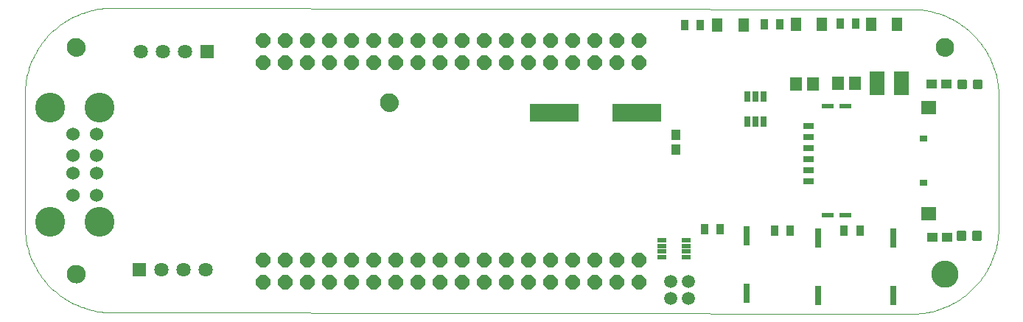
<source format=gts>
G04 EAGLE Gerber RS-274X export*
G75*
%MOMM*%
%FSLAX34Y34*%
%LPD*%
%INSolder Mask top*%
%IPPOS*%
%AMOC8*
5,1,8,0,0,1.08239X$1,22.5*%
G01*
%ADD10C,0.100000*%
%ADD11C,0.000000*%
%ADD12C,3.101594*%
%ADD13C,2.101600*%
%ADD14R,1.701600X2.801600*%
%ADD15R,1.401600X1.601600*%
%ADD16R,1.251600X0.751600*%
%ADD17R,1.401600X0.551600*%
%ADD18R,1.801600X1.501600*%
%ADD19R,0.901600X0.641600*%
%ADD20R,1.301600X1.501600*%
%ADD21R,1.631600X1.631600*%
%ADD22C,1.631600*%
%ADD23R,0.901600X1.301600*%
%ADD24P,1.759533X8X202.500000*%
%ADD25C,1.509600*%
%ADD26C,1.524000*%
%ADD27C,3.429000*%
%ADD28R,5.613400X2.108200*%
%ADD29R,1.101600X1.201600*%
%ADD30C,0.396575*%
%ADD31R,1.201600X1.101600*%
%ADD32R,1.079500X0.533400*%
%ADD33R,0.660400X1.282700*%
%ADD34R,0.660400X2.209800*%


D10*
X0Y100000D02*
X29Y97584D01*
X117Y95169D01*
X263Y92757D01*
X467Y90349D01*
X729Y87946D01*
X1049Y85551D01*
X1427Y83164D01*
X1863Y80787D01*
X2356Y78422D01*
X2906Y76068D01*
X3512Y73729D01*
X4175Y71405D01*
X4894Y69098D01*
X5669Y66809D01*
X6498Y64540D01*
X7383Y62291D01*
X8321Y60064D01*
X9313Y57860D01*
X10357Y55681D01*
X11454Y53528D01*
X12603Y51402D01*
X13803Y49304D01*
X15053Y47236D01*
X16353Y45199D01*
X17702Y43194D01*
X19098Y41221D01*
X20542Y39284D01*
X22033Y37381D01*
X23568Y35516D01*
X25149Y33688D01*
X26773Y31898D01*
X28440Y30149D01*
X30149Y28440D01*
X31898Y26773D01*
X33688Y25149D01*
X35516Y23568D01*
X37381Y22033D01*
X39284Y20542D01*
X41221Y19098D01*
X43194Y17702D01*
X45199Y16353D01*
X47236Y15053D01*
X49304Y13803D01*
X51402Y12603D01*
X53528Y11454D01*
X55681Y10357D01*
X57860Y9313D01*
X60064Y8321D01*
X62291Y7383D01*
X64540Y6498D01*
X66809Y5669D01*
X69098Y4894D01*
X71405Y4175D01*
X73729Y3512D01*
X76068Y2906D01*
X78422Y2356D01*
X80787Y1863D01*
X83164Y1427D01*
X85551Y1049D01*
X87946Y729D01*
X90349Y467D01*
X92757Y263D01*
X95169Y117D01*
X97584Y29D01*
X100000Y0D01*
X1118706Y98476D02*
X1118706Y248476D01*
X100000Y350000D02*
X97584Y349971D01*
X95169Y349883D01*
X92757Y349737D01*
X90349Y349533D01*
X87946Y349271D01*
X85551Y348951D01*
X83164Y348573D01*
X80787Y348137D01*
X78422Y347644D01*
X76068Y347094D01*
X73729Y346488D01*
X71405Y345825D01*
X69098Y345106D01*
X66809Y344331D01*
X64540Y343502D01*
X62291Y342617D01*
X60064Y341679D01*
X57860Y340687D01*
X55681Y339643D01*
X53528Y338546D01*
X51402Y337397D01*
X49304Y336197D01*
X47236Y334947D01*
X45199Y333647D01*
X43194Y332298D01*
X41221Y330902D01*
X39284Y329458D01*
X37381Y327967D01*
X35516Y326432D01*
X33688Y324851D01*
X31898Y323227D01*
X30149Y321560D01*
X28440Y319851D01*
X26773Y318102D01*
X25149Y316312D01*
X23568Y314484D01*
X22033Y312619D01*
X20542Y310716D01*
X19098Y308779D01*
X17702Y306806D01*
X16353Y304801D01*
X15053Y302764D01*
X13803Y300696D01*
X12603Y298598D01*
X11454Y296472D01*
X10357Y294319D01*
X9313Y292140D01*
X8321Y289936D01*
X7383Y287709D01*
X6498Y285460D01*
X5669Y283191D01*
X4894Y280902D01*
X4175Y278595D01*
X3512Y276271D01*
X2906Y273932D01*
X2356Y271578D01*
X1863Y269213D01*
X1427Y266836D01*
X1049Y264449D01*
X729Y262054D01*
X467Y259651D01*
X263Y257243D01*
X117Y254831D01*
X29Y252416D01*
X0Y250000D01*
X0Y100000D01*
X100000Y0D02*
X1018706Y-1524D01*
X1018706Y348476D02*
X100000Y350000D01*
X1018706Y348476D02*
X1021122Y348447D01*
X1023537Y348359D01*
X1025949Y348213D01*
X1028357Y348009D01*
X1030760Y347747D01*
X1033155Y347427D01*
X1035542Y347049D01*
X1037919Y346613D01*
X1040284Y346120D01*
X1042638Y345570D01*
X1044977Y344964D01*
X1047301Y344301D01*
X1049608Y343582D01*
X1051897Y342807D01*
X1054166Y341978D01*
X1056415Y341093D01*
X1058642Y340155D01*
X1060846Y339163D01*
X1063025Y338119D01*
X1065178Y337022D01*
X1067304Y335873D01*
X1069402Y334673D01*
X1071470Y333423D01*
X1073507Y332123D01*
X1075512Y330774D01*
X1077485Y329378D01*
X1079422Y327934D01*
X1081325Y326443D01*
X1083190Y324908D01*
X1085018Y323327D01*
X1086808Y321703D01*
X1088557Y320036D01*
X1090266Y318327D01*
X1091933Y316578D01*
X1093557Y314788D01*
X1095138Y312960D01*
X1096673Y311095D01*
X1098164Y309192D01*
X1099608Y307255D01*
X1101004Y305282D01*
X1102353Y303277D01*
X1103653Y301240D01*
X1104903Y299172D01*
X1106103Y297074D01*
X1107252Y294948D01*
X1108349Y292795D01*
X1109393Y290616D01*
X1110385Y288412D01*
X1111323Y286185D01*
X1112208Y283936D01*
X1113037Y281667D01*
X1113812Y279378D01*
X1114531Y277071D01*
X1115194Y274747D01*
X1115800Y272408D01*
X1116350Y270054D01*
X1116843Y267689D01*
X1117279Y265312D01*
X1117657Y262925D01*
X1117977Y260530D01*
X1118239Y258127D01*
X1118443Y255719D01*
X1118589Y253307D01*
X1118677Y250892D01*
X1118706Y248476D01*
X100000Y350000D02*
X97584Y349971D01*
X95169Y349883D01*
X92757Y349737D01*
X90349Y349533D01*
X87946Y349271D01*
X85551Y348951D01*
X83164Y348573D01*
X80787Y348137D01*
X78422Y347644D01*
X76068Y347094D01*
X73729Y346488D01*
X71405Y345825D01*
X69098Y345106D01*
X66809Y344331D01*
X64540Y343502D01*
X62291Y342617D01*
X60064Y341679D01*
X57860Y340687D01*
X55681Y339643D01*
X53528Y338546D01*
X51402Y337397D01*
X49304Y336197D01*
X47236Y334947D01*
X45199Y333647D01*
X43194Y332298D01*
X41221Y330902D01*
X39284Y329458D01*
X37381Y327967D01*
X35516Y326432D01*
X33688Y324851D01*
X31898Y323227D01*
X30149Y321560D01*
X28440Y319851D01*
X26773Y318102D01*
X25149Y316312D01*
X23568Y314484D01*
X22033Y312619D01*
X20542Y310716D01*
X19098Y308779D01*
X17702Y306806D01*
X16353Y304801D01*
X15053Y302764D01*
X13803Y300696D01*
X12603Y298598D01*
X11454Y296472D01*
X10357Y294319D01*
X9313Y292140D01*
X8321Y289936D01*
X7383Y287709D01*
X6498Y285460D01*
X5669Y283191D01*
X4894Y280902D01*
X4175Y278595D01*
X3512Y276271D01*
X2906Y273932D01*
X2356Y271578D01*
X1863Y269213D01*
X1427Y266836D01*
X1049Y264449D01*
X729Y262054D01*
X467Y259651D01*
X263Y257243D01*
X117Y254831D01*
X29Y252416D01*
X0Y250000D01*
X1018706Y-1524D02*
X1021122Y-1495D01*
X1023537Y-1407D01*
X1025949Y-1261D01*
X1028357Y-1057D01*
X1030760Y-795D01*
X1033155Y-475D01*
X1035542Y-97D01*
X1037919Y339D01*
X1040284Y832D01*
X1042638Y1382D01*
X1044977Y1988D01*
X1047301Y2651D01*
X1049608Y3370D01*
X1051897Y4145D01*
X1054166Y4974D01*
X1056415Y5859D01*
X1058642Y6797D01*
X1060846Y7789D01*
X1063025Y8833D01*
X1065178Y9930D01*
X1067304Y11079D01*
X1069402Y12279D01*
X1071470Y13529D01*
X1073507Y14829D01*
X1075512Y16178D01*
X1077485Y17574D01*
X1079422Y19018D01*
X1081325Y20509D01*
X1083190Y22044D01*
X1085018Y23625D01*
X1086808Y25249D01*
X1088557Y26916D01*
X1090266Y28625D01*
X1091933Y30374D01*
X1093557Y32164D01*
X1095138Y33992D01*
X1096673Y35857D01*
X1098164Y37760D01*
X1099608Y39697D01*
X1101004Y41670D01*
X1102353Y43675D01*
X1103653Y45712D01*
X1104903Y47780D01*
X1106103Y49878D01*
X1107252Y52004D01*
X1108349Y54157D01*
X1109393Y56336D01*
X1110385Y58540D01*
X1111323Y60767D01*
X1112208Y63016D01*
X1113037Y65285D01*
X1113812Y67574D01*
X1114531Y69881D01*
X1115194Y72205D01*
X1115800Y74544D01*
X1116350Y76898D01*
X1116843Y79263D01*
X1117279Y81640D01*
X1117657Y84027D01*
X1117977Y86422D01*
X1118239Y88825D01*
X1118443Y91233D01*
X1118589Y93645D01*
X1118677Y96060D01*
X1118706Y98476D01*
D11*
X1041640Y44450D02*
X1041645Y44818D01*
X1041658Y45186D01*
X1041681Y45553D01*
X1041712Y45920D01*
X1041753Y46286D01*
X1041802Y46651D01*
X1041861Y47014D01*
X1041928Y47376D01*
X1042004Y47737D01*
X1042090Y48095D01*
X1042183Y48451D01*
X1042286Y48804D01*
X1042397Y49155D01*
X1042517Y49503D01*
X1042645Y49848D01*
X1042782Y50190D01*
X1042927Y50529D01*
X1043080Y50863D01*
X1043242Y51194D01*
X1043411Y51521D01*
X1043589Y51843D01*
X1043774Y52162D01*
X1043967Y52475D01*
X1044168Y52784D01*
X1044376Y53087D01*
X1044592Y53385D01*
X1044815Y53678D01*
X1045045Y53966D01*
X1045282Y54248D01*
X1045526Y54523D01*
X1045776Y54793D01*
X1046033Y55057D01*
X1046297Y55314D01*
X1046567Y55564D01*
X1046842Y55808D01*
X1047124Y56045D01*
X1047412Y56275D01*
X1047705Y56498D01*
X1048003Y56714D01*
X1048306Y56922D01*
X1048615Y57123D01*
X1048928Y57316D01*
X1049247Y57501D01*
X1049569Y57679D01*
X1049896Y57848D01*
X1050227Y58010D01*
X1050561Y58163D01*
X1050900Y58308D01*
X1051242Y58445D01*
X1051587Y58573D01*
X1051935Y58693D01*
X1052286Y58804D01*
X1052639Y58907D01*
X1052995Y59000D01*
X1053353Y59086D01*
X1053714Y59162D01*
X1054076Y59229D01*
X1054439Y59288D01*
X1054804Y59337D01*
X1055170Y59378D01*
X1055537Y59409D01*
X1055904Y59432D01*
X1056272Y59445D01*
X1056640Y59450D01*
X1057008Y59445D01*
X1057376Y59432D01*
X1057743Y59409D01*
X1058110Y59378D01*
X1058476Y59337D01*
X1058841Y59288D01*
X1059204Y59229D01*
X1059566Y59162D01*
X1059927Y59086D01*
X1060285Y59000D01*
X1060641Y58907D01*
X1060994Y58804D01*
X1061345Y58693D01*
X1061693Y58573D01*
X1062038Y58445D01*
X1062380Y58308D01*
X1062719Y58163D01*
X1063053Y58010D01*
X1063384Y57848D01*
X1063711Y57679D01*
X1064033Y57501D01*
X1064352Y57316D01*
X1064665Y57123D01*
X1064974Y56922D01*
X1065277Y56714D01*
X1065575Y56498D01*
X1065868Y56275D01*
X1066156Y56045D01*
X1066438Y55808D01*
X1066713Y55564D01*
X1066983Y55314D01*
X1067247Y55057D01*
X1067504Y54793D01*
X1067754Y54523D01*
X1067998Y54248D01*
X1068235Y53966D01*
X1068465Y53678D01*
X1068688Y53385D01*
X1068904Y53087D01*
X1069112Y52784D01*
X1069313Y52475D01*
X1069506Y52162D01*
X1069691Y51843D01*
X1069869Y51521D01*
X1070038Y51194D01*
X1070200Y50863D01*
X1070353Y50529D01*
X1070498Y50190D01*
X1070635Y49848D01*
X1070763Y49503D01*
X1070883Y49155D01*
X1070994Y48804D01*
X1071097Y48451D01*
X1071190Y48095D01*
X1071276Y47737D01*
X1071352Y47376D01*
X1071419Y47014D01*
X1071478Y46651D01*
X1071527Y46286D01*
X1071568Y45920D01*
X1071599Y45553D01*
X1071622Y45186D01*
X1071635Y44818D01*
X1071640Y44450D01*
X1071635Y44082D01*
X1071622Y43714D01*
X1071599Y43347D01*
X1071568Y42980D01*
X1071527Y42614D01*
X1071478Y42249D01*
X1071419Y41886D01*
X1071352Y41524D01*
X1071276Y41163D01*
X1071190Y40805D01*
X1071097Y40449D01*
X1070994Y40096D01*
X1070883Y39745D01*
X1070763Y39397D01*
X1070635Y39052D01*
X1070498Y38710D01*
X1070353Y38371D01*
X1070200Y38037D01*
X1070038Y37706D01*
X1069869Y37379D01*
X1069691Y37057D01*
X1069506Y36738D01*
X1069313Y36425D01*
X1069112Y36116D01*
X1068904Y35813D01*
X1068688Y35515D01*
X1068465Y35222D01*
X1068235Y34934D01*
X1067998Y34652D01*
X1067754Y34377D01*
X1067504Y34107D01*
X1067247Y33843D01*
X1066983Y33586D01*
X1066713Y33336D01*
X1066438Y33092D01*
X1066156Y32855D01*
X1065868Y32625D01*
X1065575Y32402D01*
X1065277Y32186D01*
X1064974Y31978D01*
X1064665Y31777D01*
X1064352Y31584D01*
X1064033Y31399D01*
X1063711Y31221D01*
X1063384Y31052D01*
X1063053Y30890D01*
X1062719Y30737D01*
X1062380Y30592D01*
X1062038Y30455D01*
X1061693Y30327D01*
X1061345Y30207D01*
X1060994Y30096D01*
X1060641Y29993D01*
X1060285Y29900D01*
X1059927Y29814D01*
X1059566Y29738D01*
X1059204Y29671D01*
X1058841Y29612D01*
X1058476Y29563D01*
X1058110Y29522D01*
X1057743Y29491D01*
X1057376Y29468D01*
X1057008Y29455D01*
X1056640Y29450D01*
X1056272Y29455D01*
X1055904Y29468D01*
X1055537Y29491D01*
X1055170Y29522D01*
X1054804Y29563D01*
X1054439Y29612D01*
X1054076Y29671D01*
X1053714Y29738D01*
X1053353Y29814D01*
X1052995Y29900D01*
X1052639Y29993D01*
X1052286Y30096D01*
X1051935Y30207D01*
X1051587Y30327D01*
X1051242Y30455D01*
X1050900Y30592D01*
X1050561Y30737D01*
X1050227Y30890D01*
X1049896Y31052D01*
X1049569Y31221D01*
X1049247Y31399D01*
X1048928Y31584D01*
X1048615Y31777D01*
X1048306Y31978D01*
X1048003Y32186D01*
X1047705Y32402D01*
X1047412Y32625D01*
X1047124Y32855D01*
X1046842Y33092D01*
X1046567Y33336D01*
X1046297Y33586D01*
X1046033Y33843D01*
X1045776Y34107D01*
X1045526Y34377D01*
X1045282Y34652D01*
X1045045Y34934D01*
X1044815Y35222D01*
X1044592Y35515D01*
X1044376Y35813D01*
X1044168Y36116D01*
X1043967Y36425D01*
X1043774Y36738D01*
X1043589Y37057D01*
X1043411Y37379D01*
X1043242Y37706D01*
X1043080Y38037D01*
X1042927Y38371D01*
X1042782Y38710D01*
X1042645Y39052D01*
X1042517Y39397D01*
X1042397Y39745D01*
X1042286Y40096D01*
X1042183Y40449D01*
X1042090Y40805D01*
X1042004Y41163D01*
X1041928Y41524D01*
X1041861Y41886D01*
X1041802Y42249D01*
X1041753Y42614D01*
X1041712Y42980D01*
X1041681Y43347D01*
X1041658Y43714D01*
X1041645Y44082D01*
X1041640Y44450D01*
D12*
X1056640Y44450D03*
D11*
X1046640Y304800D02*
X1046643Y305045D01*
X1046652Y305291D01*
X1046667Y305536D01*
X1046688Y305780D01*
X1046715Y306024D01*
X1046748Y306267D01*
X1046787Y306510D01*
X1046832Y306751D01*
X1046883Y306991D01*
X1046940Y307230D01*
X1047002Y307467D01*
X1047071Y307703D01*
X1047145Y307937D01*
X1047225Y308169D01*
X1047310Y308399D01*
X1047401Y308627D01*
X1047498Y308852D01*
X1047600Y309076D01*
X1047708Y309296D01*
X1047821Y309514D01*
X1047939Y309729D01*
X1048063Y309941D01*
X1048191Y310150D01*
X1048325Y310356D01*
X1048464Y310558D01*
X1048608Y310757D01*
X1048757Y310952D01*
X1048910Y311144D01*
X1049068Y311332D01*
X1049230Y311516D01*
X1049398Y311695D01*
X1049569Y311871D01*
X1049745Y312042D01*
X1049924Y312210D01*
X1050108Y312372D01*
X1050296Y312530D01*
X1050488Y312683D01*
X1050683Y312832D01*
X1050882Y312976D01*
X1051084Y313115D01*
X1051290Y313249D01*
X1051499Y313377D01*
X1051711Y313501D01*
X1051926Y313619D01*
X1052144Y313732D01*
X1052364Y313840D01*
X1052588Y313942D01*
X1052813Y314039D01*
X1053041Y314130D01*
X1053271Y314215D01*
X1053503Y314295D01*
X1053737Y314369D01*
X1053973Y314438D01*
X1054210Y314500D01*
X1054449Y314557D01*
X1054689Y314608D01*
X1054930Y314653D01*
X1055173Y314692D01*
X1055416Y314725D01*
X1055660Y314752D01*
X1055904Y314773D01*
X1056149Y314788D01*
X1056395Y314797D01*
X1056640Y314800D01*
X1056885Y314797D01*
X1057131Y314788D01*
X1057376Y314773D01*
X1057620Y314752D01*
X1057864Y314725D01*
X1058107Y314692D01*
X1058350Y314653D01*
X1058591Y314608D01*
X1058831Y314557D01*
X1059070Y314500D01*
X1059307Y314438D01*
X1059543Y314369D01*
X1059777Y314295D01*
X1060009Y314215D01*
X1060239Y314130D01*
X1060467Y314039D01*
X1060692Y313942D01*
X1060916Y313840D01*
X1061136Y313732D01*
X1061354Y313619D01*
X1061569Y313501D01*
X1061781Y313377D01*
X1061990Y313249D01*
X1062196Y313115D01*
X1062398Y312976D01*
X1062597Y312832D01*
X1062792Y312683D01*
X1062984Y312530D01*
X1063172Y312372D01*
X1063356Y312210D01*
X1063535Y312042D01*
X1063711Y311871D01*
X1063882Y311695D01*
X1064050Y311516D01*
X1064212Y311332D01*
X1064370Y311144D01*
X1064523Y310952D01*
X1064672Y310757D01*
X1064816Y310558D01*
X1064955Y310356D01*
X1065089Y310150D01*
X1065217Y309941D01*
X1065341Y309729D01*
X1065459Y309514D01*
X1065572Y309296D01*
X1065680Y309076D01*
X1065782Y308852D01*
X1065879Y308627D01*
X1065970Y308399D01*
X1066055Y308169D01*
X1066135Y307937D01*
X1066209Y307703D01*
X1066278Y307467D01*
X1066340Y307230D01*
X1066397Y306991D01*
X1066448Y306751D01*
X1066493Y306510D01*
X1066532Y306267D01*
X1066565Y306024D01*
X1066592Y305780D01*
X1066613Y305536D01*
X1066628Y305291D01*
X1066637Y305045D01*
X1066640Y304800D01*
X1066637Y304555D01*
X1066628Y304309D01*
X1066613Y304064D01*
X1066592Y303820D01*
X1066565Y303576D01*
X1066532Y303333D01*
X1066493Y303090D01*
X1066448Y302849D01*
X1066397Y302609D01*
X1066340Y302370D01*
X1066278Y302133D01*
X1066209Y301897D01*
X1066135Y301663D01*
X1066055Y301431D01*
X1065970Y301201D01*
X1065879Y300973D01*
X1065782Y300748D01*
X1065680Y300524D01*
X1065572Y300304D01*
X1065459Y300086D01*
X1065341Y299871D01*
X1065217Y299659D01*
X1065089Y299450D01*
X1064955Y299244D01*
X1064816Y299042D01*
X1064672Y298843D01*
X1064523Y298648D01*
X1064370Y298456D01*
X1064212Y298268D01*
X1064050Y298084D01*
X1063882Y297905D01*
X1063711Y297729D01*
X1063535Y297558D01*
X1063356Y297390D01*
X1063172Y297228D01*
X1062984Y297070D01*
X1062792Y296917D01*
X1062597Y296768D01*
X1062398Y296624D01*
X1062196Y296485D01*
X1061990Y296351D01*
X1061781Y296223D01*
X1061569Y296099D01*
X1061354Y295981D01*
X1061136Y295868D01*
X1060916Y295760D01*
X1060692Y295658D01*
X1060467Y295561D01*
X1060239Y295470D01*
X1060009Y295385D01*
X1059777Y295305D01*
X1059543Y295231D01*
X1059307Y295162D01*
X1059070Y295100D01*
X1058831Y295043D01*
X1058591Y294992D01*
X1058350Y294947D01*
X1058107Y294908D01*
X1057864Y294875D01*
X1057620Y294848D01*
X1057376Y294827D01*
X1057131Y294812D01*
X1056885Y294803D01*
X1056640Y294800D01*
X1056395Y294803D01*
X1056149Y294812D01*
X1055904Y294827D01*
X1055660Y294848D01*
X1055416Y294875D01*
X1055173Y294908D01*
X1054930Y294947D01*
X1054689Y294992D01*
X1054449Y295043D01*
X1054210Y295100D01*
X1053973Y295162D01*
X1053737Y295231D01*
X1053503Y295305D01*
X1053271Y295385D01*
X1053041Y295470D01*
X1052813Y295561D01*
X1052588Y295658D01*
X1052364Y295760D01*
X1052144Y295868D01*
X1051926Y295981D01*
X1051711Y296099D01*
X1051499Y296223D01*
X1051290Y296351D01*
X1051084Y296485D01*
X1050882Y296624D01*
X1050683Y296768D01*
X1050488Y296917D01*
X1050296Y297070D01*
X1050108Y297228D01*
X1049924Y297390D01*
X1049745Y297558D01*
X1049569Y297729D01*
X1049398Y297905D01*
X1049230Y298084D01*
X1049068Y298268D01*
X1048910Y298456D01*
X1048757Y298648D01*
X1048608Y298843D01*
X1048464Y299042D01*
X1048325Y299244D01*
X1048191Y299450D01*
X1048063Y299659D01*
X1047939Y299871D01*
X1047821Y300086D01*
X1047708Y300304D01*
X1047600Y300524D01*
X1047498Y300748D01*
X1047401Y300973D01*
X1047310Y301201D01*
X1047225Y301431D01*
X1047145Y301663D01*
X1047071Y301897D01*
X1047002Y302133D01*
X1046940Y302370D01*
X1046883Y302609D01*
X1046832Y302849D01*
X1046787Y303090D01*
X1046748Y303333D01*
X1046715Y303576D01*
X1046688Y303820D01*
X1046667Y304064D01*
X1046652Y304309D01*
X1046643Y304555D01*
X1046640Y304800D01*
D13*
X1056640Y304800D03*
D11*
X48928Y304800D02*
X48931Y305045D01*
X48940Y305291D01*
X48955Y305536D01*
X48976Y305780D01*
X49003Y306024D01*
X49036Y306267D01*
X49075Y306510D01*
X49120Y306751D01*
X49171Y306991D01*
X49228Y307230D01*
X49290Y307467D01*
X49359Y307703D01*
X49433Y307937D01*
X49513Y308169D01*
X49598Y308399D01*
X49689Y308627D01*
X49786Y308852D01*
X49888Y309076D01*
X49996Y309296D01*
X50109Y309514D01*
X50227Y309729D01*
X50351Y309941D01*
X50479Y310150D01*
X50613Y310356D01*
X50752Y310558D01*
X50896Y310757D01*
X51045Y310952D01*
X51198Y311144D01*
X51356Y311332D01*
X51518Y311516D01*
X51686Y311695D01*
X51857Y311871D01*
X52033Y312042D01*
X52212Y312210D01*
X52396Y312372D01*
X52584Y312530D01*
X52776Y312683D01*
X52971Y312832D01*
X53170Y312976D01*
X53372Y313115D01*
X53578Y313249D01*
X53787Y313377D01*
X53999Y313501D01*
X54214Y313619D01*
X54432Y313732D01*
X54652Y313840D01*
X54876Y313942D01*
X55101Y314039D01*
X55329Y314130D01*
X55559Y314215D01*
X55791Y314295D01*
X56025Y314369D01*
X56261Y314438D01*
X56498Y314500D01*
X56737Y314557D01*
X56977Y314608D01*
X57218Y314653D01*
X57461Y314692D01*
X57704Y314725D01*
X57948Y314752D01*
X58192Y314773D01*
X58437Y314788D01*
X58683Y314797D01*
X58928Y314800D01*
X59173Y314797D01*
X59419Y314788D01*
X59664Y314773D01*
X59908Y314752D01*
X60152Y314725D01*
X60395Y314692D01*
X60638Y314653D01*
X60879Y314608D01*
X61119Y314557D01*
X61358Y314500D01*
X61595Y314438D01*
X61831Y314369D01*
X62065Y314295D01*
X62297Y314215D01*
X62527Y314130D01*
X62755Y314039D01*
X62980Y313942D01*
X63204Y313840D01*
X63424Y313732D01*
X63642Y313619D01*
X63857Y313501D01*
X64069Y313377D01*
X64278Y313249D01*
X64484Y313115D01*
X64686Y312976D01*
X64885Y312832D01*
X65080Y312683D01*
X65272Y312530D01*
X65460Y312372D01*
X65644Y312210D01*
X65823Y312042D01*
X65999Y311871D01*
X66170Y311695D01*
X66338Y311516D01*
X66500Y311332D01*
X66658Y311144D01*
X66811Y310952D01*
X66960Y310757D01*
X67104Y310558D01*
X67243Y310356D01*
X67377Y310150D01*
X67505Y309941D01*
X67629Y309729D01*
X67747Y309514D01*
X67860Y309296D01*
X67968Y309076D01*
X68070Y308852D01*
X68167Y308627D01*
X68258Y308399D01*
X68343Y308169D01*
X68423Y307937D01*
X68497Y307703D01*
X68566Y307467D01*
X68628Y307230D01*
X68685Y306991D01*
X68736Y306751D01*
X68781Y306510D01*
X68820Y306267D01*
X68853Y306024D01*
X68880Y305780D01*
X68901Y305536D01*
X68916Y305291D01*
X68925Y305045D01*
X68928Y304800D01*
X68925Y304555D01*
X68916Y304309D01*
X68901Y304064D01*
X68880Y303820D01*
X68853Y303576D01*
X68820Y303333D01*
X68781Y303090D01*
X68736Y302849D01*
X68685Y302609D01*
X68628Y302370D01*
X68566Y302133D01*
X68497Y301897D01*
X68423Y301663D01*
X68343Y301431D01*
X68258Y301201D01*
X68167Y300973D01*
X68070Y300748D01*
X67968Y300524D01*
X67860Y300304D01*
X67747Y300086D01*
X67629Y299871D01*
X67505Y299659D01*
X67377Y299450D01*
X67243Y299244D01*
X67104Y299042D01*
X66960Y298843D01*
X66811Y298648D01*
X66658Y298456D01*
X66500Y298268D01*
X66338Y298084D01*
X66170Y297905D01*
X65999Y297729D01*
X65823Y297558D01*
X65644Y297390D01*
X65460Y297228D01*
X65272Y297070D01*
X65080Y296917D01*
X64885Y296768D01*
X64686Y296624D01*
X64484Y296485D01*
X64278Y296351D01*
X64069Y296223D01*
X63857Y296099D01*
X63642Y295981D01*
X63424Y295868D01*
X63204Y295760D01*
X62980Y295658D01*
X62755Y295561D01*
X62527Y295470D01*
X62297Y295385D01*
X62065Y295305D01*
X61831Y295231D01*
X61595Y295162D01*
X61358Y295100D01*
X61119Y295043D01*
X60879Y294992D01*
X60638Y294947D01*
X60395Y294908D01*
X60152Y294875D01*
X59908Y294848D01*
X59664Y294827D01*
X59419Y294812D01*
X59173Y294803D01*
X58928Y294800D01*
X58683Y294803D01*
X58437Y294812D01*
X58192Y294827D01*
X57948Y294848D01*
X57704Y294875D01*
X57461Y294908D01*
X57218Y294947D01*
X56977Y294992D01*
X56737Y295043D01*
X56498Y295100D01*
X56261Y295162D01*
X56025Y295231D01*
X55791Y295305D01*
X55559Y295385D01*
X55329Y295470D01*
X55101Y295561D01*
X54876Y295658D01*
X54652Y295760D01*
X54432Y295868D01*
X54214Y295981D01*
X53999Y296099D01*
X53787Y296223D01*
X53578Y296351D01*
X53372Y296485D01*
X53170Y296624D01*
X52971Y296768D01*
X52776Y296917D01*
X52584Y297070D01*
X52396Y297228D01*
X52212Y297390D01*
X52033Y297558D01*
X51857Y297729D01*
X51686Y297905D01*
X51518Y298084D01*
X51356Y298268D01*
X51198Y298456D01*
X51045Y298648D01*
X50896Y298843D01*
X50752Y299042D01*
X50613Y299244D01*
X50479Y299450D01*
X50351Y299659D01*
X50227Y299871D01*
X50109Y300086D01*
X49996Y300304D01*
X49888Y300524D01*
X49786Y300748D01*
X49689Y300973D01*
X49598Y301201D01*
X49513Y301431D01*
X49433Y301663D01*
X49359Y301897D01*
X49290Y302133D01*
X49228Y302370D01*
X49171Y302609D01*
X49120Y302849D01*
X49075Y303090D01*
X49036Y303333D01*
X49003Y303576D01*
X48976Y303820D01*
X48955Y304064D01*
X48940Y304309D01*
X48931Y304555D01*
X48928Y304800D01*
D13*
X58928Y304800D03*
D11*
X48928Y44450D02*
X48931Y44695D01*
X48940Y44941D01*
X48955Y45186D01*
X48976Y45430D01*
X49003Y45674D01*
X49036Y45917D01*
X49075Y46160D01*
X49120Y46401D01*
X49171Y46641D01*
X49228Y46880D01*
X49290Y47117D01*
X49359Y47353D01*
X49433Y47587D01*
X49513Y47819D01*
X49598Y48049D01*
X49689Y48277D01*
X49786Y48502D01*
X49888Y48726D01*
X49996Y48946D01*
X50109Y49164D01*
X50227Y49379D01*
X50351Y49591D01*
X50479Y49800D01*
X50613Y50006D01*
X50752Y50208D01*
X50896Y50407D01*
X51045Y50602D01*
X51198Y50794D01*
X51356Y50982D01*
X51518Y51166D01*
X51686Y51345D01*
X51857Y51521D01*
X52033Y51692D01*
X52212Y51860D01*
X52396Y52022D01*
X52584Y52180D01*
X52776Y52333D01*
X52971Y52482D01*
X53170Y52626D01*
X53372Y52765D01*
X53578Y52899D01*
X53787Y53027D01*
X53999Y53151D01*
X54214Y53269D01*
X54432Y53382D01*
X54652Y53490D01*
X54876Y53592D01*
X55101Y53689D01*
X55329Y53780D01*
X55559Y53865D01*
X55791Y53945D01*
X56025Y54019D01*
X56261Y54088D01*
X56498Y54150D01*
X56737Y54207D01*
X56977Y54258D01*
X57218Y54303D01*
X57461Y54342D01*
X57704Y54375D01*
X57948Y54402D01*
X58192Y54423D01*
X58437Y54438D01*
X58683Y54447D01*
X58928Y54450D01*
X59173Y54447D01*
X59419Y54438D01*
X59664Y54423D01*
X59908Y54402D01*
X60152Y54375D01*
X60395Y54342D01*
X60638Y54303D01*
X60879Y54258D01*
X61119Y54207D01*
X61358Y54150D01*
X61595Y54088D01*
X61831Y54019D01*
X62065Y53945D01*
X62297Y53865D01*
X62527Y53780D01*
X62755Y53689D01*
X62980Y53592D01*
X63204Y53490D01*
X63424Y53382D01*
X63642Y53269D01*
X63857Y53151D01*
X64069Y53027D01*
X64278Y52899D01*
X64484Y52765D01*
X64686Y52626D01*
X64885Y52482D01*
X65080Y52333D01*
X65272Y52180D01*
X65460Y52022D01*
X65644Y51860D01*
X65823Y51692D01*
X65999Y51521D01*
X66170Y51345D01*
X66338Y51166D01*
X66500Y50982D01*
X66658Y50794D01*
X66811Y50602D01*
X66960Y50407D01*
X67104Y50208D01*
X67243Y50006D01*
X67377Y49800D01*
X67505Y49591D01*
X67629Y49379D01*
X67747Y49164D01*
X67860Y48946D01*
X67968Y48726D01*
X68070Y48502D01*
X68167Y48277D01*
X68258Y48049D01*
X68343Y47819D01*
X68423Y47587D01*
X68497Y47353D01*
X68566Y47117D01*
X68628Y46880D01*
X68685Y46641D01*
X68736Y46401D01*
X68781Y46160D01*
X68820Y45917D01*
X68853Y45674D01*
X68880Y45430D01*
X68901Y45186D01*
X68916Y44941D01*
X68925Y44695D01*
X68928Y44450D01*
X68925Y44205D01*
X68916Y43959D01*
X68901Y43714D01*
X68880Y43470D01*
X68853Y43226D01*
X68820Y42983D01*
X68781Y42740D01*
X68736Y42499D01*
X68685Y42259D01*
X68628Y42020D01*
X68566Y41783D01*
X68497Y41547D01*
X68423Y41313D01*
X68343Y41081D01*
X68258Y40851D01*
X68167Y40623D01*
X68070Y40398D01*
X67968Y40174D01*
X67860Y39954D01*
X67747Y39736D01*
X67629Y39521D01*
X67505Y39309D01*
X67377Y39100D01*
X67243Y38894D01*
X67104Y38692D01*
X66960Y38493D01*
X66811Y38298D01*
X66658Y38106D01*
X66500Y37918D01*
X66338Y37734D01*
X66170Y37555D01*
X65999Y37379D01*
X65823Y37208D01*
X65644Y37040D01*
X65460Y36878D01*
X65272Y36720D01*
X65080Y36567D01*
X64885Y36418D01*
X64686Y36274D01*
X64484Y36135D01*
X64278Y36001D01*
X64069Y35873D01*
X63857Y35749D01*
X63642Y35631D01*
X63424Y35518D01*
X63204Y35410D01*
X62980Y35308D01*
X62755Y35211D01*
X62527Y35120D01*
X62297Y35035D01*
X62065Y34955D01*
X61831Y34881D01*
X61595Y34812D01*
X61358Y34750D01*
X61119Y34693D01*
X60879Y34642D01*
X60638Y34597D01*
X60395Y34558D01*
X60152Y34525D01*
X59908Y34498D01*
X59664Y34477D01*
X59419Y34462D01*
X59173Y34453D01*
X58928Y34450D01*
X58683Y34453D01*
X58437Y34462D01*
X58192Y34477D01*
X57948Y34498D01*
X57704Y34525D01*
X57461Y34558D01*
X57218Y34597D01*
X56977Y34642D01*
X56737Y34693D01*
X56498Y34750D01*
X56261Y34812D01*
X56025Y34881D01*
X55791Y34955D01*
X55559Y35035D01*
X55329Y35120D01*
X55101Y35211D01*
X54876Y35308D01*
X54652Y35410D01*
X54432Y35518D01*
X54214Y35631D01*
X53999Y35749D01*
X53787Y35873D01*
X53578Y36001D01*
X53372Y36135D01*
X53170Y36274D01*
X52971Y36418D01*
X52776Y36567D01*
X52584Y36720D01*
X52396Y36878D01*
X52212Y37040D01*
X52033Y37208D01*
X51857Y37379D01*
X51686Y37555D01*
X51518Y37734D01*
X51356Y37918D01*
X51198Y38106D01*
X51045Y38298D01*
X50896Y38493D01*
X50752Y38692D01*
X50613Y38894D01*
X50479Y39100D01*
X50351Y39309D01*
X50227Y39521D01*
X50109Y39736D01*
X49996Y39954D01*
X49888Y40174D01*
X49786Y40398D01*
X49689Y40623D01*
X49598Y40851D01*
X49513Y41081D01*
X49433Y41313D01*
X49359Y41547D01*
X49290Y41783D01*
X49228Y42020D01*
X49171Y42259D01*
X49120Y42499D01*
X49075Y42740D01*
X49036Y42983D01*
X49003Y43226D01*
X48976Y43470D01*
X48955Y43714D01*
X48940Y43959D01*
X48931Y44205D01*
X48928Y44450D01*
D13*
X58928Y44450D03*
D11*
X408592Y241300D02*
X408595Y241545D01*
X408604Y241791D01*
X408619Y242036D01*
X408640Y242280D01*
X408667Y242524D01*
X408700Y242767D01*
X408739Y243010D01*
X408784Y243251D01*
X408835Y243491D01*
X408892Y243730D01*
X408954Y243967D01*
X409023Y244203D01*
X409097Y244437D01*
X409177Y244669D01*
X409262Y244899D01*
X409353Y245127D01*
X409450Y245352D01*
X409552Y245576D01*
X409660Y245796D01*
X409773Y246014D01*
X409891Y246229D01*
X410015Y246441D01*
X410143Y246650D01*
X410277Y246856D01*
X410416Y247058D01*
X410560Y247257D01*
X410709Y247452D01*
X410862Y247644D01*
X411020Y247832D01*
X411182Y248016D01*
X411350Y248195D01*
X411521Y248371D01*
X411697Y248542D01*
X411876Y248710D01*
X412060Y248872D01*
X412248Y249030D01*
X412440Y249183D01*
X412635Y249332D01*
X412834Y249476D01*
X413036Y249615D01*
X413242Y249749D01*
X413451Y249877D01*
X413663Y250001D01*
X413878Y250119D01*
X414096Y250232D01*
X414316Y250340D01*
X414540Y250442D01*
X414765Y250539D01*
X414993Y250630D01*
X415223Y250715D01*
X415455Y250795D01*
X415689Y250869D01*
X415925Y250938D01*
X416162Y251000D01*
X416401Y251057D01*
X416641Y251108D01*
X416882Y251153D01*
X417125Y251192D01*
X417368Y251225D01*
X417612Y251252D01*
X417856Y251273D01*
X418101Y251288D01*
X418347Y251297D01*
X418592Y251300D01*
X418837Y251297D01*
X419083Y251288D01*
X419328Y251273D01*
X419572Y251252D01*
X419816Y251225D01*
X420059Y251192D01*
X420302Y251153D01*
X420543Y251108D01*
X420783Y251057D01*
X421022Y251000D01*
X421259Y250938D01*
X421495Y250869D01*
X421729Y250795D01*
X421961Y250715D01*
X422191Y250630D01*
X422419Y250539D01*
X422644Y250442D01*
X422868Y250340D01*
X423088Y250232D01*
X423306Y250119D01*
X423521Y250001D01*
X423733Y249877D01*
X423942Y249749D01*
X424148Y249615D01*
X424350Y249476D01*
X424549Y249332D01*
X424744Y249183D01*
X424936Y249030D01*
X425124Y248872D01*
X425308Y248710D01*
X425487Y248542D01*
X425663Y248371D01*
X425834Y248195D01*
X426002Y248016D01*
X426164Y247832D01*
X426322Y247644D01*
X426475Y247452D01*
X426624Y247257D01*
X426768Y247058D01*
X426907Y246856D01*
X427041Y246650D01*
X427169Y246441D01*
X427293Y246229D01*
X427411Y246014D01*
X427524Y245796D01*
X427632Y245576D01*
X427734Y245352D01*
X427831Y245127D01*
X427922Y244899D01*
X428007Y244669D01*
X428087Y244437D01*
X428161Y244203D01*
X428230Y243967D01*
X428292Y243730D01*
X428349Y243491D01*
X428400Y243251D01*
X428445Y243010D01*
X428484Y242767D01*
X428517Y242524D01*
X428544Y242280D01*
X428565Y242036D01*
X428580Y241791D01*
X428589Y241545D01*
X428592Y241300D01*
X428589Y241055D01*
X428580Y240809D01*
X428565Y240564D01*
X428544Y240320D01*
X428517Y240076D01*
X428484Y239833D01*
X428445Y239590D01*
X428400Y239349D01*
X428349Y239109D01*
X428292Y238870D01*
X428230Y238633D01*
X428161Y238397D01*
X428087Y238163D01*
X428007Y237931D01*
X427922Y237701D01*
X427831Y237473D01*
X427734Y237248D01*
X427632Y237024D01*
X427524Y236804D01*
X427411Y236586D01*
X427293Y236371D01*
X427169Y236159D01*
X427041Y235950D01*
X426907Y235744D01*
X426768Y235542D01*
X426624Y235343D01*
X426475Y235148D01*
X426322Y234956D01*
X426164Y234768D01*
X426002Y234584D01*
X425834Y234405D01*
X425663Y234229D01*
X425487Y234058D01*
X425308Y233890D01*
X425124Y233728D01*
X424936Y233570D01*
X424744Y233417D01*
X424549Y233268D01*
X424350Y233124D01*
X424148Y232985D01*
X423942Y232851D01*
X423733Y232723D01*
X423521Y232599D01*
X423306Y232481D01*
X423088Y232368D01*
X422868Y232260D01*
X422644Y232158D01*
X422419Y232061D01*
X422191Y231970D01*
X421961Y231885D01*
X421729Y231805D01*
X421495Y231731D01*
X421259Y231662D01*
X421022Y231600D01*
X420783Y231543D01*
X420543Y231492D01*
X420302Y231447D01*
X420059Y231408D01*
X419816Y231375D01*
X419572Y231348D01*
X419328Y231327D01*
X419083Y231312D01*
X418837Y231303D01*
X418592Y231300D01*
X418347Y231303D01*
X418101Y231312D01*
X417856Y231327D01*
X417612Y231348D01*
X417368Y231375D01*
X417125Y231408D01*
X416882Y231447D01*
X416641Y231492D01*
X416401Y231543D01*
X416162Y231600D01*
X415925Y231662D01*
X415689Y231731D01*
X415455Y231805D01*
X415223Y231885D01*
X414993Y231970D01*
X414765Y232061D01*
X414540Y232158D01*
X414316Y232260D01*
X414096Y232368D01*
X413878Y232481D01*
X413663Y232599D01*
X413451Y232723D01*
X413242Y232851D01*
X413036Y232985D01*
X412834Y233124D01*
X412635Y233268D01*
X412440Y233417D01*
X412248Y233570D01*
X412060Y233728D01*
X411876Y233890D01*
X411697Y234058D01*
X411521Y234229D01*
X411350Y234405D01*
X411182Y234584D01*
X411020Y234768D01*
X410862Y234956D01*
X410709Y235148D01*
X410560Y235343D01*
X410416Y235542D01*
X410277Y235744D01*
X410143Y235950D01*
X410015Y236159D01*
X409891Y236371D01*
X409773Y236586D01*
X409660Y236804D01*
X409552Y237024D01*
X409450Y237248D01*
X409353Y237473D01*
X409262Y237701D01*
X409177Y237931D01*
X409097Y238163D01*
X409023Y238397D01*
X408954Y238633D01*
X408892Y238870D01*
X408835Y239109D01*
X408784Y239349D01*
X408739Y239590D01*
X408700Y239833D01*
X408667Y240076D01*
X408640Y240320D01*
X408619Y240564D01*
X408604Y240809D01*
X408595Y241055D01*
X408592Y241300D01*
D13*
X418592Y241300D03*
D14*
X979072Y263278D03*
X1007072Y263278D03*
D15*
X953216Y263464D03*
X934216Y263464D03*
D16*
X900700Y201950D03*
X900700Y176550D03*
X900700Y151150D03*
X900700Y214650D03*
X900700Y189250D03*
X900700Y163850D03*
D17*
X922400Y237100D03*
X942400Y237100D03*
D18*
X1038000Y235450D03*
X1038000Y113350D03*
D17*
X942400Y111700D03*
X922400Y111700D03*
D19*
X1032200Y149000D03*
X1032200Y199800D03*
D20*
X971852Y331054D03*
X1001852Y331054D03*
X885602Y331270D03*
X915602Y331270D03*
X795602Y330470D03*
X825602Y330470D03*
D21*
X209400Y300200D03*
D22*
X184000Y300200D03*
X158600Y300200D03*
X133200Y300200D03*
D23*
X776252Y330470D03*
X758252Y330470D03*
X867152Y331570D03*
X849152Y331570D03*
X954652Y332170D03*
X936652Y332170D03*
X780730Y95594D03*
X798730Y95594D03*
D15*
X886104Y262890D03*
X905104Y262890D03*
D21*
X131884Y49662D03*
D22*
X157284Y49662D03*
X182684Y49662D03*
X208084Y49662D03*
D23*
X861420Y93830D03*
X879420Y93830D03*
X941232Y93736D03*
X959232Y93736D03*
D24*
X705900Y312700D03*
X680500Y312700D03*
X655100Y312700D03*
X629700Y312700D03*
X604300Y312700D03*
X578900Y312700D03*
X705900Y287300D03*
X680500Y287300D03*
X655100Y287300D03*
X629700Y287300D03*
X604300Y287300D03*
X578900Y287300D03*
X553500Y312700D03*
X553500Y287300D03*
X528100Y312700D03*
X502700Y312700D03*
X477300Y312700D03*
X451900Y312700D03*
X426500Y312700D03*
X401100Y312700D03*
X528100Y287300D03*
X502700Y287300D03*
X477300Y287300D03*
X451900Y287300D03*
X426500Y287300D03*
X401100Y287300D03*
X375700Y312700D03*
X375700Y287300D03*
X350300Y312700D03*
X324900Y312700D03*
X299500Y312700D03*
X350300Y287300D03*
X324900Y287300D03*
X299500Y287300D03*
X274100Y312700D03*
X274100Y287300D03*
X705900Y60200D03*
X680500Y60200D03*
X655100Y60200D03*
X629700Y60200D03*
X604300Y60200D03*
X578900Y60200D03*
X705900Y34800D03*
X680500Y34800D03*
X655100Y34800D03*
X629700Y34800D03*
X604300Y34800D03*
X578900Y34800D03*
X553500Y60200D03*
X553500Y34800D03*
X528100Y60200D03*
X502700Y60200D03*
X477300Y60200D03*
X451900Y60200D03*
X426500Y60200D03*
X401100Y60200D03*
X528100Y34800D03*
X502700Y34800D03*
X477300Y34800D03*
X451900Y34800D03*
X426500Y34800D03*
X401100Y34800D03*
X375700Y60200D03*
X375700Y34800D03*
X350300Y60200D03*
X324900Y60200D03*
X299500Y60200D03*
X350300Y34800D03*
X324900Y34800D03*
X299500Y34800D03*
X274100Y60200D03*
X274100Y34800D03*
D25*
X742290Y15940D03*
X742290Y35940D03*
X762290Y15940D03*
X762290Y35940D03*
D26*
X82500Y205000D03*
X82500Y180108D03*
X82500Y160042D03*
X82500Y134896D03*
X55322Y205000D03*
X55322Y180108D03*
X55322Y160042D03*
X55322Y134896D03*
D27*
X29160Y235734D03*
X29160Y104416D03*
X86056Y235734D03*
X86056Y104416D03*
D28*
X703084Y229806D03*
X608088Y229806D03*
D29*
X747516Y203878D03*
X747516Y186878D03*
D30*
X1090587Y259365D02*
X1090587Y266415D01*
X1097637Y266415D01*
X1097637Y259365D01*
X1090587Y259365D01*
X1090587Y263133D02*
X1097637Y263133D01*
X1073047Y266415D02*
X1073047Y259365D01*
X1073047Y266415D02*
X1080097Y266415D01*
X1080097Y259365D01*
X1073047Y259365D01*
X1073047Y263133D02*
X1080097Y263133D01*
D31*
X1058282Y262636D03*
X1041282Y262636D03*
D32*
X759397Y63656D03*
X759397Y70156D03*
X759397Y76656D03*
X759397Y83156D03*
X732092Y83156D03*
X732092Y76656D03*
X732092Y70156D03*
X732092Y63656D03*
D30*
X1089825Y85121D02*
X1089825Y92171D01*
X1096875Y92171D01*
X1096875Y85121D01*
X1089825Y85121D01*
X1089825Y88889D02*
X1096875Y88889D01*
X1072285Y92171D02*
X1072285Y85121D01*
X1072285Y92171D02*
X1079335Y92171D01*
X1079335Y85121D01*
X1072285Y85121D01*
X1072285Y88889D02*
X1079335Y88889D01*
D31*
X1059298Y86614D03*
X1042298Y86614D03*
D33*
X829970Y219266D03*
X839470Y219266D03*
X848970Y219266D03*
X848970Y248603D03*
X839470Y248603D03*
X829970Y248603D03*
D34*
X828802Y22365D03*
X828802Y88379D03*
X911352Y19571D03*
X911352Y85585D03*
X997712Y19571D03*
X997712Y85585D03*
M02*

</source>
